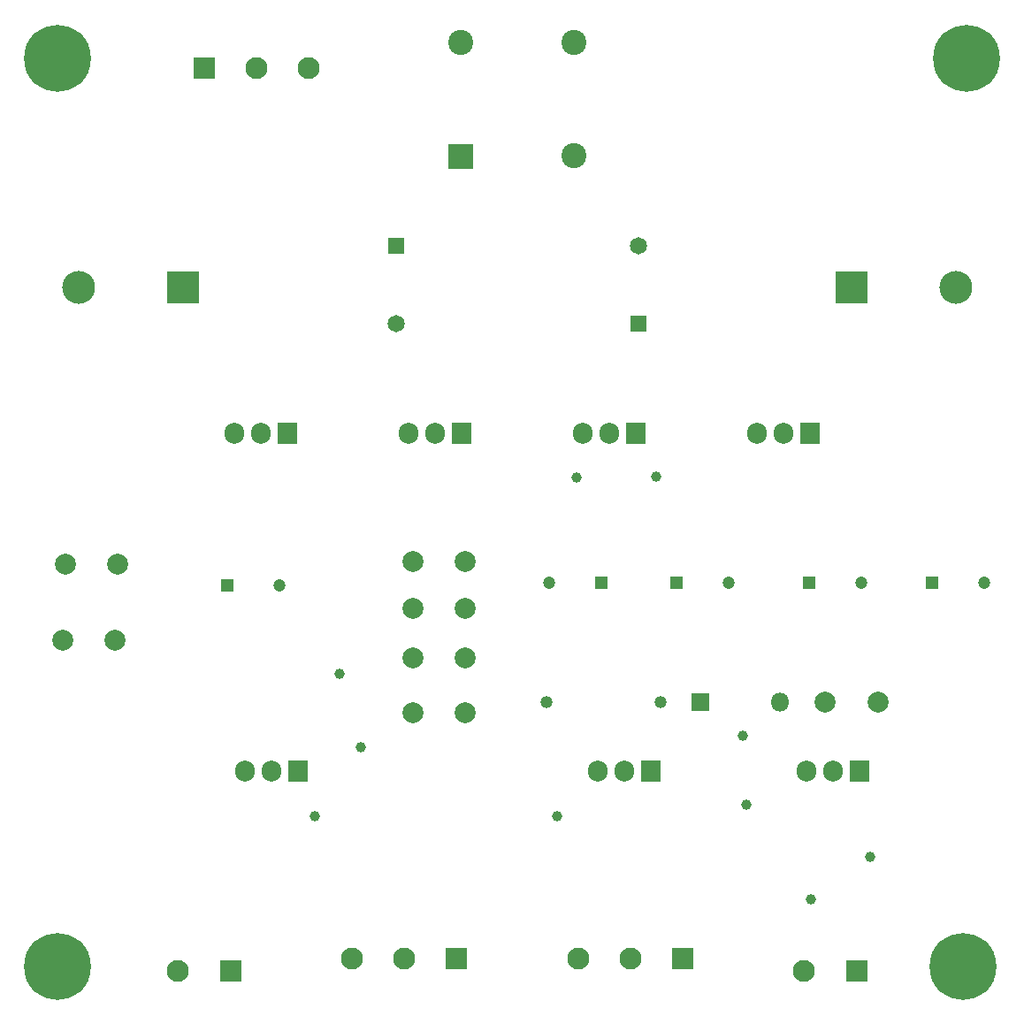
<source format=gbr>
%TF.GenerationSoftware,KiCad,Pcbnew,(6.0.0)*%
%TF.CreationDate,2022-02-11T12:52:58-03:00*%
%TF.ProjectId,Circuito fuente,43697263-7569-4746-9f20-6675656e7465,V02*%
%TF.SameCoordinates,Original*%
%TF.FileFunction,Copper,L1,Top*%
%TF.FilePolarity,Positive*%
%FSLAX46Y46*%
G04 Gerber Fmt 4.6, Leading zero omitted, Abs format (unit mm)*
G04 Created by KiCad (PCBNEW (6.0.0)) date 2022-02-11 12:52:58*
%MOMM*%
%LPD*%
G01*
G04 APERTURE LIST*
%TA.AperFunction,ComponentPad*%
%ADD10C,2.000000*%
%TD*%
%TA.AperFunction,ComponentPad*%
%ADD11R,1.905000X2.000000*%
%TD*%
%TA.AperFunction,ComponentPad*%
%ADD12O,1.905000X2.000000*%
%TD*%
%TA.AperFunction,ComponentPad*%
%ADD13R,1.650000X1.650000*%
%TD*%
%TA.AperFunction,ComponentPad*%
%ADD14C,1.650000*%
%TD*%
%TA.AperFunction,ComponentPad*%
%ADD15C,0.800000*%
%TD*%
%TA.AperFunction,ComponentPad*%
%ADD16C,6.400000*%
%TD*%
%TA.AperFunction,ComponentPad*%
%ADD17R,1.200000X1.200000*%
%TD*%
%TA.AperFunction,ComponentPad*%
%ADD18C,1.200000*%
%TD*%
%TA.AperFunction,ComponentPad*%
%ADD19R,2.100000X2.100000*%
%TD*%
%TA.AperFunction,ComponentPad*%
%ADD20C,2.100000*%
%TD*%
%TA.AperFunction,ComponentPad*%
%ADD21R,1.800000X1.800000*%
%TD*%
%TA.AperFunction,ComponentPad*%
%ADD22O,1.800000X1.800000*%
%TD*%
%TA.AperFunction,ComponentPad*%
%ADD23C,1.190000*%
%TD*%
%TA.AperFunction,ComponentPad*%
%ADD24R,2.400000X2.400000*%
%TD*%
%TA.AperFunction,ComponentPad*%
%ADD25C,2.400000*%
%TD*%
%TA.AperFunction,ComponentPad*%
%ADD26R,3.150000X3.150000*%
%TD*%
%TA.AperFunction,ComponentPad*%
%ADD27C,3.150000*%
%TD*%
%TA.AperFunction,ViaPad*%
%ADD28C,1.000000*%
%TD*%
G04 APERTURE END LIST*
D10*
%TO.P,C23,1,1*%
%TO.N,/+5V*%
X138000000Y-97250000D03*
%TO.P,C23,2,2*%
%TO.N,GND*%
X143000000Y-97250000D03*
%TD*%
D11*
%TO.P,Q1,1,B*%
%TO.N,Net-(D1-Pad1)*%
X160750000Y-102805000D03*
D12*
%TO.P,Q1,2,C*%
%TO.N,/+15DC*%
X158210000Y-102805000D03*
%TO.P,Q1,3,E*%
%TO.N,Net-(C26-Pad1)*%
X155670000Y-102805000D03*
%TD*%
D13*
%TO.P,C14,1*%
%TO.N,GND*%
X159608332Y-60000000D03*
D14*
%TO.P,C14,2*%
%TO.N,Net-(C12-Pad2)*%
X159608332Y-52500000D03*
%TD*%
D11*
%TO.P,U41,1,GND*%
%TO.N,GND*%
X176000000Y-70500000D03*
D12*
%TO.P,U41,2,VI*%
%TO.N,/-12V*%
X173460000Y-70500000D03*
%TO.P,U41,3,VO*%
%TO.N,/-5V*%
X170920000Y-70500000D03*
%TD*%
D15*
%TO.P,H2,1*%
%TO.N,N/C*%
X192394112Y-119802944D03*
D16*
X190697056Y-121500000D03*
D15*
X190697056Y-123900000D03*
X193097056Y-121500000D03*
X192394112Y-123197056D03*
X188297056Y-121500000D03*
X189000000Y-123197056D03*
X189000000Y-119802944D03*
X190697056Y-119100000D03*
%TD*%
D17*
%TO.P,C21,1*%
%TO.N,GND*%
X163250000Y-84750000D03*
D18*
%TO.P,C21,2*%
%TO.N,/-12V*%
X168250000Y-84750000D03*
%TD*%
D10*
%TO.P,C22,1,1*%
%TO.N,/+12V1*%
X138000000Y-92000000D03*
%TO.P,C22,2,2*%
%TO.N,GND*%
X143000000Y-92000000D03*
%TD*%
D19*
%TO.P,U1,1*%
%TO.N,/-15VAC*%
X118000000Y-35500000D03*
D20*
%TO.P,U1,2*%
%TO.N,GND*%
X123000000Y-35500000D03*
%TO.P,U1,3*%
%TO.N,/+15VAC*%
X128000000Y-35500000D03*
%TD*%
D10*
%TO.P,C17,1,1*%
%TO.N,/+12V2*%
X104500000Y-90250000D03*
%TO.P,C17,2,2*%
%TO.N,GND*%
X109500000Y-90250000D03*
%TD*%
D20*
%TO.P,U5,1*%
%TO.N,/+5V*%
X132190500Y-120750000D03*
%TO.P,U5,2*%
%TO.N,GND*%
X137190500Y-120750000D03*
D19*
%TO.P,U5,3*%
%TO.N,/-5V*%
X142190500Y-120750000D03*
%TD*%
D17*
%TO.P,C25,1*%
%TO.N,GND*%
X187693250Y-84750000D03*
D18*
%TO.P,C25,2*%
%TO.N,/-5V*%
X192693250Y-84750000D03*
%TD*%
D11*
%TO.P,U40,1,VI*%
%TO.N,/+12V1*%
X126000000Y-70500000D03*
D12*
%TO.P,U40,2,GND*%
%TO.N,GND*%
X123460000Y-70500000D03*
%TO.P,U40,3,VO*%
%TO.N,/+5V*%
X120920000Y-70500000D03*
%TD*%
D10*
%TO.P,C26,1,1*%
%TO.N,Net-(C26-Pad1)*%
X177500000Y-96250000D03*
%TO.P,C26,2,2*%
%TO.N,GND*%
X182500000Y-96250000D03*
%TD*%
D15*
%TO.P,H1,1*%
%TO.N,N/C*%
X101600000Y-121500000D03*
X102302944Y-119802944D03*
D16*
X104000000Y-121500000D03*
D15*
X105697056Y-123197056D03*
X106400000Y-121500000D03*
X104000000Y-123900000D03*
X105697056Y-119802944D03*
X102302944Y-123197056D03*
X104000000Y-119100000D03*
%TD*%
D21*
%TO.P,D1,1,K*%
%TO.N,Net-(D1-Pad1)*%
X165490000Y-96250000D03*
D22*
%TO.P,D1,2,A*%
%TO.N,GND*%
X173110000Y-96250000D03*
%TD*%
D23*
%TO.P,R1,1*%
%TO.N,/+15DC*%
X150785000Y-96250000D03*
%TO.P,R1,2*%
%TO.N,Net-(D1-Pad1)*%
X161715000Y-96250000D03*
%TD*%
D11*
%TO.P,U39,1,GND*%
%TO.N,GND*%
X159333332Y-70500000D03*
D12*
%TO.P,U39,2,VI*%
%TO.N,Net-(C12-Pad2)*%
X156793332Y-70500000D03*
%TO.P,U39,3,VO*%
%TO.N,/-12V*%
X154253332Y-70500000D03*
%TD*%
D11*
%TO.P,U45,1,GND*%
%TO.N,GND*%
X180790000Y-102805000D03*
D12*
%TO.P,U45,2,VO*%
%TO.N,/+3\u002C3V*%
X178250000Y-102805000D03*
%TO.P,U45,3,VI*%
%TO.N,Net-(C26-Pad1)*%
X175710000Y-102805000D03*
%TD*%
D19*
%TO.P,U6,1*%
%TO.N,/+3\u002C3V*%
X180540000Y-121979653D03*
D20*
%TO.P,U6,2*%
%TO.N,GND*%
X175460000Y-121979653D03*
%TD*%
D10*
%TO.P,C19,1,1*%
%TO.N,/+12V1*%
X138000000Y-87250000D03*
%TO.P,C19,2,2*%
%TO.N,GND*%
X143000000Y-87250000D03*
%TD*%
D17*
%TO.P,C27,1*%
%TO.N,/+3\u002C3V*%
X120250000Y-85000000D03*
D18*
%TO.P,C27,2*%
%TO.N,GND*%
X125250000Y-85000000D03*
%TD*%
D19*
%TO.P,U2,1*%
%TO.N,/+12V2*%
X120540000Y-121979653D03*
D20*
%TO.P,U2,2*%
%TO.N,GND*%
X115460000Y-121979653D03*
%TD*%
D15*
%TO.P,H3,1*%
%TO.N,N/C*%
X189302944Y-36247056D03*
X189302944Y-32852944D03*
X193400000Y-34550000D03*
X191000000Y-32150000D03*
X188600000Y-34550000D03*
X191000000Y-36950000D03*
D16*
X191000000Y-34550000D03*
D15*
X192697056Y-32852944D03*
X192697056Y-36247056D03*
%TD*%
D13*
%TO.P,C10,1*%
%TO.N,/+15DC*%
X136391666Y-52500000D03*
D14*
%TO.P,C10,2*%
%TO.N,GND*%
X136391666Y-60000000D03*
%TD*%
D11*
%TO.P,U4,1,VI*%
%TO.N,/+15DC*%
X127000000Y-102805000D03*
D12*
%TO.P,U4,2,GND*%
%TO.N,GND*%
X124460000Y-102805000D03*
%TO.P,U4,3,VO*%
%TO.N,/+12V2*%
X121920000Y-102805000D03*
%TD*%
D10*
%TO.P,C16,1,1*%
%TO.N,/+15DC*%
X104750000Y-83000000D03*
%TO.P,C16,2,2*%
%TO.N,GND*%
X109750000Y-83000000D03*
%TD*%
D24*
%TO.P,D2,1,+*%
%TO.N,/+15DC*%
X142550000Y-43950000D03*
D25*
%TO.P,D2,2,-*%
%TO.N,Net-(C12-Pad2)*%
X153450000Y-43850000D03*
%TO.P,D2,3*%
%TO.N,/+15VAC*%
X153450000Y-33050000D03*
%TO.P,D2,4*%
%TO.N,/-15VAC*%
X142550000Y-33050000D03*
%TD*%
D26*
%TO.P,C12,1*%
%TO.N,GND*%
X180000000Y-56500000D03*
D27*
%TO.P,C12,2*%
%TO.N,Net-(C12-Pad2)*%
X190000000Y-56500000D03*
%TD*%
D17*
%TO.P,C24,1*%
%TO.N,GND*%
X175943250Y-84750000D03*
D18*
%TO.P,C24,2*%
%TO.N,/-12V*%
X180943250Y-84750000D03*
%TD*%
D15*
%TO.P,H4,1*%
%TO.N,N/C*%
X105697056Y-36247056D03*
X104000000Y-36950000D03*
X101600000Y-34550000D03*
X105697056Y-32852944D03*
X104000000Y-32150000D03*
X106400000Y-34550000D03*
X102302944Y-32852944D03*
X102302944Y-36247056D03*
D16*
X104000000Y-34550000D03*
%TD*%
D20*
%TO.P,U3,1*%
%TO.N,/+12V1*%
X153809500Y-120750000D03*
%TO.P,U3,2*%
%TO.N,GND*%
X158809500Y-120750000D03*
D19*
%TO.P,U3,3*%
%TO.N,/-12V*%
X163809500Y-120750000D03*
%TD*%
D10*
%TO.P,C18,1,1*%
%TO.N,/+15DC*%
X143000000Y-82750000D03*
%TO.P,C18,2,2*%
%TO.N,GND*%
X138000000Y-82750000D03*
%TD*%
D11*
%TO.P,U35,1,VI*%
%TO.N,/+15DC*%
X142666666Y-70500000D03*
D12*
%TO.P,U35,2,GND*%
%TO.N,GND*%
X140126666Y-70500000D03*
%TO.P,U35,3,VO*%
%TO.N,/+12V1*%
X137586666Y-70500000D03*
%TD*%
D17*
%TO.P,C20,1*%
%TO.N,GND*%
X156056750Y-84750000D03*
D18*
%TO.P,C20,2*%
%TO.N,Net-(C12-Pad2)*%
X151056750Y-84750000D03*
%TD*%
D26*
%TO.P,C8,1*%
%TO.N,/+15DC*%
X116000000Y-56500000D03*
D27*
%TO.P,C8,2*%
%TO.N,GND*%
X106000000Y-56500000D03*
%TD*%
D28*
%TO.N,/-12V*%
X153700000Y-74675000D03*
X169900000Y-106000000D03*
X161300000Y-74600000D03*
X169600000Y-99400000D03*
%TO.N,/+3\u002C3V*%
X133000000Y-100500000D03*
X131000000Y-93500000D03*
%TO.N,/-5V*%
X181800000Y-111000000D03*
X176100000Y-115100000D03*
%TO.N,/+15DC*%
X128575000Y-107125000D03*
X151800000Y-107150000D03*
%TD*%
M02*

</source>
